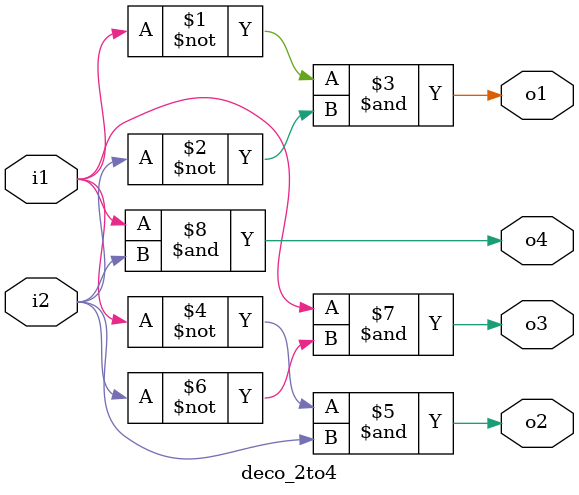
<source format=v>
module deco_2to4(i1,i2,o1,o2,o3,o4);
input i1,i2;
output o1,o2,o3,o4;
assign o1=~i1&~i2;
assign o2=~i1&i2;
assign o3=i1&~i2;
assign o4=i1&i2;
endmodule

</source>
